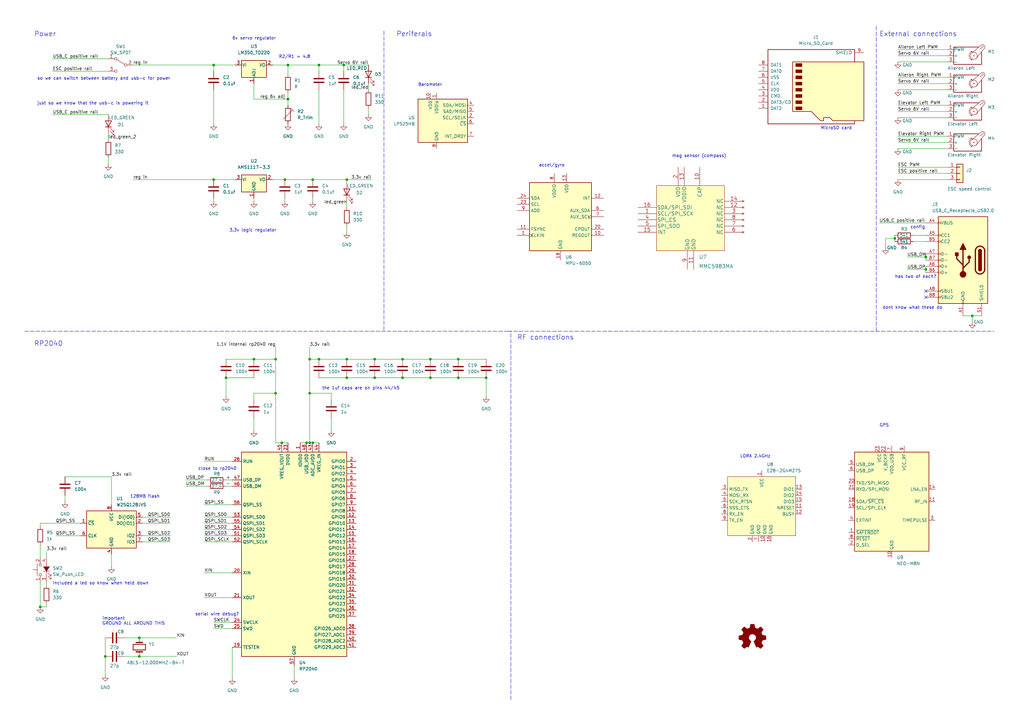
<source format=kicad_sch>
(kicad_sch (version 20211123) (generator eeschema)
  (paper "A3")
  (lib_symbols
    (symbol "Connector:Micro_SD_Card" (pin_names (offset 1.016))
      (property "Reference" "J" (at -16.51 15.24 0))
      (property "Value" "Micro_SD_Card" (at 16.51 15.24 0))
      (symbol "Micro_SD_Card_1_1"
        (pin bidirectional line (at -22.86 7.62 0) (length 3.81) (name "DAT2") (number "1"))
        (pin bidirectional line (at -22.86 5.08 0) (length 3.81) (name "DAT3/CD") (number "2"))
        (pin input line (at -22.86 2.54 0) (length 3.81) (name "CMD") (number "3"))
        (pin power_in line (at -22.86 0 0) (length 3.81) (name "VDD") (number "4"))
        (pin input line (at -22.86 -2.54 0) (length 3.81) (name "CLK") (number "5"))
        (pin power_in line (at -22.86 -5.08 0) (length 3.81) (name "VSS") (number "6"))
        (pin bidirectional line (at -22.86 -7.62 0) (length 3.81) (name "DAT0") (number "7"))
        (pin bidirectional line (at -22.86 -10.16 0) (length 3.81) (name "DAT1") (number "8"))
        (pin passive line (at 20.32 -15.24 180) (length 3.81) (name "SHIELD") (number "9"))
      )
    )
    (symbol "Connector:USB_C_Receptacle_USB2.0" (pin_names (offset 1.016))
      (property "Reference" "J" (at -10.16 19.05 0))
      (property "Value" "USB_C_Receptacle_USB2.0" (at 19.05 19.05 0))
      (symbol "USB_C_Receptacle_USB2.0_1_1"
        (pin passive line (at 0 -22.86 90) (length 5.08) (name "GND") (number "A1"))
        (pin passive line (at 0 -22.86 90) (length 5.08) hide (name "GND") (number "A12"))
        (pin passive line (at 15.24 15.24 180) (length 5.08) (name "VBUS") (number "A4"))
        (pin bidirectional line (at 15.24 10.16 180) (length 5.08) (name "CC1") (number "A5"))
        (pin bidirectional line (at 15.24 -2.54 180) (length 5.08) (name "D+") (number "A6"))
        (pin bidirectional line (at 15.24 2.54 180) (length 5.08) (name "D-") (number "A7"))
        (pin bidirectional line (at 15.24 -12.7 180) (length 5.08) (name "SBU1") (number "A8"))
        (pin passive line (at 15.24 15.24 180) (length 5.08) hide (name "VBUS") (number "A9"))
        (pin passive line (at 0 -22.86 90) (length 5.08) hide (name "GND") (number "B1"))
        (pin passive line (at 0 -22.86 90) (length 5.08) hide (name "GND") (number "B12"))
        (pin passive line (at 15.24 15.24 180) (length 5.08) hide (name "VBUS") (number "B4"))
        (pin bidirectional line (at 15.24 7.62 180) (length 5.08) (name "CC2") (number "B5"))
        (pin bidirectional line (at 15.24 -5.08 180) (length 5.08) (name "D+") (number "B6"))
        (pin bidirectional line (at 15.24 0 180) (length 5.08) (name "D-") (number "B7"))
        (pin bidirectional line (at 15.24 -15.24 180) (length 5.08) (name "SBU2") (number "B8"))
        (pin passive line (at 15.24 15.24 180) (length 5.08) hide (name "VBUS") (number "B9"))
        (pin passive line (at -7.62 -22.86 90) (length 5.08) (name "SHIELD") (number "S1"))
      )
    )
    (symbol "Connector_Generic:Conn_01x03" (pin_names (offset 1.016) hide)
      (property "Reference" "J" (at 0 5.08 0))
      (property "Value" "Conn_01x03" (at 0 -5.08 0))
      (symbol "Conn_01x03_1_1"
        (pin passive line (at -5.08 2.54 0) (length 3.81) (name "Pin_1") (number "1"))
        (pin passive line (at -5.08 0 0) (length 3.81) (name "Pin_2") (number "2"))
        (pin passive line (at -5.08 -2.54 0) (length 3.81) (name "Pin_3") (number "3"))
      )
    )
    (symbol "Device:C" (pin_numbers hide) (pin_names (offset 0.254))
      (property "Reference" "C" (at 0.635 2.54 0))
      (property "Value" "C" (at 0.635 -2.54 0))
      (symbol "C_1_1"
        (pin passive line (at 0 3.81 270) (length 2.794) (name "~") (number "1"))
        (pin passive line (at 0 -3.81 90) (length 2.794) (name "~") (number "2"))
      )
    )
    (symbol "Device:Crystal" (pin_numbers hide) (pin_names (offset 1.016) hide)
      (property "Reference" "Y" (at 0 3.81 0))
      (property "Value" "Crystal" (at 0 -3.81 0))
      (symbol "Crystal_1_1"
        (pin passive line (at -3.81 0 0) (length 1.27) (name "1") (number "1"))
        (pin passive line (at 3.81 0 180) (length 1.27) (name "2") (number "2"))
      )
    )
    (symbol "Device:LED" (pin_numbers hide) (pin_names (offset 1.016) hide)
      (property "Reference" "D" (at 0 2.54 0))
      (property "Value" "LED" (at 0 -2.54 0))
      (symbol "LED_1_1"
        (pin passive line (at -3.81 0 0) (length 2.54) (name "K") (number "1"))
        (pin passive line (at 3.81 0 180) (length 2.54) (name "A") (number "2"))
      )
    )
    (symbol "Device:R" (pin_numbers hide) (pin_names (offset 0))
      (property "Reference" "R" (at 2.032 0 90))
      (property "Value" "R" (at 0 0 90))
      (symbol "R_1_1"
        (pin passive line (at 0 3.81 270) (length 1.27) (name "~") (number "1"))
        (pin passive line (at 0 -3.81 90) (length 1.27) (name "~") (number "2"))
      )
    )
    (symbol "Device:R_Trim" (pin_numbers hide) (pin_names (offset 0))
      (property "Reference" "R" (at 2.54 -2.54 90))
      (property "Value" "R_Trim" (at -2.54 -0.635 90))
      (symbol "R_Trim_1_1"
        (pin passive line (at 0 3.81 270) (length 1.27) (name "~") (number "1"))
        (pin passive line (at 0 -3.81 90) (length 1.27) (name "~") (number "2"))
      )
    )
    (symbol "Graphic:Logo_Open_Hardware_Small" (pin_names (offset 1.016)))
    (symbol "MCU_RaspberryPi:RP2040"
      (property "Reference" "U" (at 17.78 45.72 0))
      (property "Value" "RP2040" (at 17.78 43.18 0))
      (symbol "RP2040_1_1"
        (pin power_in line (at 2.54 45.72 270) (length 3.81) (name "IOVDD") (number "1"))
        (pin passive line (at 2.54 45.72 270) (length 3.81) hide (name "IOVDD") (number "10"))
        (pin bidirectional line (at 25.4 17.78 180) (length 3.81) (name "GPIO8") (number "11"))
        (pin bidirectional line (at 25.4 15.24 180) (length 3.81) (name "GPIO9") (number "12"))
        (pin bidirectional line (at 25.4 12.7 180) (length 3.81) (name "GPIO10") (number "13"))
        (pin bidirectional line (at 25.4 10.16 180) (length 3.81) (name "GPIO11") (number "14"))
        (pin bidirectional line (at 25.4 7.62 180) (length 3.81) (name "GPIO12") (number "15"))
        (pin bidirectional line (at 25.4 5.08 180) (length 3.81) (name "GPIO13") (number "16"))
        (pin bidirectional line (at 25.4 2.54 180) (length 3.81) (name "GPIO14") (number "17"))
        (pin bidirectional line (at 25.4 0 180) (length 3.81) (name "GPIO15") (number "18"))
        (pin input line (at -25.4 -38.1 0) (length 3.81) (name "TESTEN") (number "19"))
        (pin bidirectional line (at 25.4 38.1 180) (length 3.81) (name "GPIO0") (number "2"))
        (pin input line (at -25.4 -7.62 0) (length 3.81) (name "XIN") (number "20"))
        (pin passive line (at -25.4 -17.78 0) (length 3.81) (name "XOUT") (number "21"))
        (pin passive line (at 2.54 45.72 270) (length 3.81) hide (name "IOVDD") (number "22"))
        (pin power_in line (at -2.54 45.72 270) (length 3.81) (name "DVDD") (number "23"))
        (pin output line (at -25.4 -27.94 0) (length 3.81) (name "SWCLK") (number "24"))
        (pin bidirectional line (at -25.4 -30.48 0) (length 3.81) (name "SWD") (number "25"))
        (pin input line (at -25.4 38.1 0) (length 3.81) (name "RUN") (number "26"))
        (pin bidirectional line (at 25.4 -2.54 180) (length 3.81) (name "GPIO16") (number "27"))
        (pin bidirectional line (at 25.4 -5.08 180) (length 3.81) (name "GPIO17") (number "28"))
        (pin bidirectional line (at 25.4 -7.62 180) (length 3.81) (name "GPIO18") (number "29"))
        (pin bidirectional line (at 25.4 35.56 180) (length 3.81) (name "GPIO1") (number "3"))
        (pin bidirectional line (at 25.4 -10.16 180) (length 3.81) (name "GPIO19") (number "30"))
        (pin bidirectional line (at 25.4 -12.7 180) (length 3.81) (name "GPIO20") (number "31"))
        (pin bidirectional line (at 25.4 -15.24 180) (length 3.81) (name "GPIO21") (number "32"))
        (pin passive line (at 2.54 45.72 270) (length 3.81) hide (name "IOVDD") (number "33"))
        (pin bidirectional line (at 25.4 -17.78 180) (length 3.81) (name "GPIO22") (number "34"))
        (pin bidirectional line (at 25.4 -20.32 180) (length 3.81) (name "GPIO23") (number "35"))
        (pin bidirectional line (at 25.4 -22.86 180) (length 3.81) (name "GPIO24") (number "36"))
        (pin bidirectional line (at 25.4 -25.4 180) (length 3.81) (name "GPIO25") (number "37"))
        (pin bidirectional line (at 25.4 -30.48 180) (length 3.81) (name "GPIO26_ADC0") (number "38"))
        (pin bidirectional line (at 25.4 -33.02 180) (length 3.81) (name "GPIO27_ADC1") (number "39"))
        (pin bidirectional line (at 25.4 33.02 180) (length 3.81) (name "GPIO2") (number "4"))
        (pin bidirectional line (at 25.4 -35.56 180) (length 3.81) (name "GPIO28_ADC2") (number "40"))
        (pin bidirectional line (at 25.4 -38.1 180) (length 3.81) (name "GPIO29_ADC3") (number "41"))
        (pin passive line (at 2.54 45.72 270) (length 3.81) hide (name "IOVDD") (number "42"))
        (pin power_in line (at 7.62 45.72 270) (length 3.81) (name "ADC_AVDD") (number "43"))
        (pin power_in line (at 10.16 45.72 270) (length 3.81) (name "VREG_IN") (number "44"))
        (pin power_out line (at -5.08 45.72 270) (length 3.81) (name "VREG_VOUT") (number "45"))
        (pin bidirectional line (at -25.4 27.94 0) (length 3.81) (name "USB_DM") (number "46"))
        (pin bidirectional line (at -25.4 30.48 0) (length 3.81) (name "USB_DP") (number "47"))
        (pin power_in line (at 5.08 45.72 270) (length 3.81) (name "USB_VDD") (number "48"))
        (pin passive line (at 2.54 45.72 270) (length 3.81) hide (name "IOVDD") (number "49"))
        (pin bidirectional line (at 25.4 30.48 180) (length 3.81) (name "GPIO3") (number "5"))
        (pin passive line (at -2.54 45.72 270) (length 3.81) hide (name "DVDD") (number "50"))
        (pin bidirectional line (at -25.4 7.62 0) (length 3.81) (name "QSPI_SD3") (number "51"))
        (pin output line (at -25.4 5.08 0) (length 3.81) (name "QSPI_SCLK") (number "52"))
        (pin bidirectional line (at -25.4 15.24 0) (length 3.81) (name "QSPI_SD0") (number "53"))
        (pin bidirectional line (at -25.4 10.16 0) (length 3.81) (name "QSPI_SD2") (number "54"))
        (pin bidirectional line (at -25.4 12.7 0) (length 3.81) (name "QSPI_SD1") (number "55"))
        (pin bidirectional line (at -25.4 20.32 0) (length 3.81) (name "QSPI_SS") (number "56"))
        (pin power_in line (at 0 -45.72 90) (length 3.81) (name "GND") (number "57"))
        (pin bidirectional line (at 25.4 27.94 180) (length 3.81) (name "GPIO4") (number "6"))
        (pin bidirectional line (at 25.4 25.4 180) (length 3.81) (name "GPIO5") (number "7"))
        (pin bidirectional line (at 25.4 22.86 180) (length 3.81) (name "GPIO6") (number "8"))
        (pin bidirectional line (at 25.4 20.32 180) (length 3.81) (name "GPIO7") (number "9"))
      )
    )
    (symbol "MMC5983MA:MMC5983MA" (pin_names (offset 0.254))
      (property "Reference" "U" (at 44.45 -5.08 0))
      (property "Value" "MMC5983MA" (at 50.8 -7.62 0))
      (symbol "MMC5983MA_1_1"
        (pin input line (at 10.16 -22.86 0) (length 7.62) (name "SCL/SPI_SCK") (number "1"))
        (pin power_in line (at 35.56 -3.81 270) (length 7.62) (name "CAP") (number "10"))
        (pin power_in line (at 33.02 -45.72 90) (length 7.62) (name "GND") (number "11"))
        (pin no_connect line (at 53.34 -20.32 180) (length 7.62) (name "NC") (number "12"))
        (pin power_in line (at 29.21 -3.81 270) (length 7.62) (name "VDDIO") (number "13"))
        (pin no_connect line (at 53.34 -17.78 180) (length 7.62) (name "NC") (number "14"))
        (pin output line (at 10.16 -30.48 0) (length 7.62) (name "INT") (number "15"))
        (pin bidirectional line (at 10.16 -20.32 0) (length 7.62) (name "SDA/SPI_SDI") (number "16"))
        (pin power_in line (at 26.67 -3.81 270) (length 7.62) (name "VDD") (number "2"))
        (pin no_connect line (at 53.34 -22.86 180) (length 7.62) (name "NC") (number "3"))
        (pin input line (at 10.16 -25.4 0) (length 7.62) (name "SPI_CS") (number "4"))
        (pin output line (at 10.16 -27.94 0) (length 7.62) (name "SPI_SDO") (number "5"))
        (pin no_connect line (at 53.34 -30.48 180) (length 7.62) (name "NC") (number "6"))
        (pin no_connect line (at 53.34 -27.94 180) (length 7.62) (name "NC") (number "7"))
        (pin no_connect line (at 53.34 -25.4 180) (length 7.62) (name "NC") (number "8"))
        (pin power_in line (at 30.48 -45.72 90) (length 7.62) (name "GND") (number "9"))
      )
    )
    (symbol "Memory_Flash:W25Q128JVS"
      (property "Reference" "U" (at -8.89 8.89 0))
      (property "Value" "W25Q128JVS" (at 7.62 8.89 0))
      (symbol "W25Q128JVS_1_1"
        (pin input line (at -12.7 2.54 0) (length 2.54) (name "~{CS}") (number "1"))
        (pin bidirectional line (at 12.7 2.54 180) (length 2.54) (name "DO(IO1)") (number "2"))
        (pin bidirectional line (at 12.7 -2.54 180) (length 2.54) (name "IO2") (number "3"))
        (pin power_in line (at 0 -10.16 90) (length 2.54) (name "GND") (number "4"))
        (pin bidirectional line (at 12.7 5.08 180) (length 2.54) (name "DI(IO0)") (number "5"))
        (pin input line (at -12.7 -2.54 0) (length 2.54) (name "CLK") (number "6"))
        (pin bidirectional line (at 12.7 -5.08 180) (length 2.54) (name "IO3") (number "7"))
        (pin power_in line (at 0 10.16 270) (length 2.54) (name "VCC") (number "8"))
      )
    )
    (symbol "Motor:Motor_Servo" (pin_names (offset 0.0254))
      (property "Reference" "M" (at -5.08 4.445 0))
      (property "Value" "Motor_Servo" (at -5.08 -4.064 0))
      (symbol "Motor_Servo_1_1"
        (pin passive line (at -7.62 2.54 0) (length 2.54) (name "PWM") (number "1"))
        (pin passive line (at -7.62 0 0) (length 2.54) (name "+") (number "2"))
        (pin passive line (at -7.62 -2.54 0) (length 2.54) (name "-") (number "3"))
      )
    )
    (symbol "RF_GPS:NEO-M8N"
      (property "Reference" "U" (at -13.97 21.59 0))
      (property "Value" "NEO-M8N" (at 11.43 21.59 0))
      (symbol "NEO-M8N_1_1"
        (pin input line (at -17.78 -12.7 0) (length 2.54) (name "~{SAFEBOOT}") (number "1"))
        (pin power_in line (at 0 -22.86 90) (length 2.54) (name "GND") (number "10"))
        (pin input line (at 17.78 0 180) (length 2.54) (name "RF_IN") (number "11"))
        (pin passive line (at 0 -22.86 90) (length 2.54) hide (name "GND") (number "12"))
        (pin passive line (at 0 -22.86 90) (length 2.54) hide (name "GND") (number "13"))
        (pin output line (at 17.78 5.08 180) (length 2.54) (name "LNA_EN") (number "14"))
        (pin no_connect line (at 15.24 -10.16 180) (length 2.54) hide (name "RESERVED") (number "15"))
        (pin no_connect line (at 15.24 -12.7 180) (length 2.54) hide (name "RESERVED") (number "16"))
        (pin no_connect line (at 15.24 -15.24 180) (length 2.54) hide (name "RESERVED") (number "17"))
        (pin bidirectional line (at -17.78 0 0) (length 2.54) (name "SDA/~{SPI_CS}") (number "18"))
        (pin input line (at -17.78 -2.54 0) (length 2.54) (name "SCL/SPI_CLK") (number "19"))
        (pin input line (at -17.78 -17.78 0) (length 2.54) (name "D_SEL") (number "2"))
        (pin output line (at -17.78 7.62 0) (length 2.54) (name "TXD/SPI_MISO") (number "20"))
        (pin input line (at -17.78 5.08 0) (length 2.54) (name "RXD/SPI_MOSI") (number "21"))
        (pin power_in line (at -2.54 22.86 270) (length 2.54) (name "V_BCKP") (number "22"))
        (pin power_in line (at -5.08 22.86 270) (length 2.54) (name "VCC") (number "23"))
        (pin passive line (at 0 -22.86 90) (length 2.54) hide (name "GND") (number "24"))
        (pin output line (at 17.78 -7.62 180) (length 2.54) (name "TIMEPULSE") (number "3"))
        (pin input line (at -17.78 -7.62 0) (length 2.54) (name "EXTINT") (number "4"))
        (pin bidirectional line (at -17.78 15.24 0) (length 2.54) (name "USB_DM") (number "5"))
        (pin bidirectional line (at -17.78 12.7 0) (length 2.54) (name "USB_DP") (number "6"))
        (pin power_in line (at 0 22.86 270) (length 2.54) (name "VDD_USB") (number "7"))
        (pin input line (at -17.78 -15.24 0) (length 2.54) (name "~{RESET}") (number "8"))
        (pin power_out line (at 5.08 22.86 270) (length 2.54) (name "VCC_RF") (number "9"))
      )
    )
    (symbol "Regulator_Linear:AMS1117-3.3" (pin_names (offset 0.254))
      (property "Reference" "U" (at -3.81 3.175 0))
      (property "Value" "AMS1117-3.3" (at 0 3.175 0))
      (symbol "AMS1117-3.3_1_1"
        (pin power_in line (at 0 -7.62 90) (length 2.54) (name "GND") (number "1"))
        (pin power_out line (at 7.62 0 180) (length 2.54) (name "VO") (number "2"))
        (pin power_in line (at -7.62 0 0) (length 2.54) (name "VI") (number "3"))
      )
    )
    (symbol "Regulator_Linear:LM350_TO220" (pin_names (offset 0.254))
      (property "Reference" "U" (at -3.81 3.175 0))
      (property "Value" "LM350_TO220" (at 0 3.175 0))
      (symbol "LM350_TO220_1_1"
        (pin input line (at 0 -7.62 90) (length 2.54) (name "ADJ") (number "1"))
        (pin power_out line (at 7.62 0 180) (length 2.54) (name "VO") (number "2"))
        (pin power_in line (at -7.62 0 0) (length 2.54) (name "VI") (number "3"))
      )
    )
    (symbol "SX1280:E28-2G4M27S"
      (property "Reference" "U" (at 43.18 -21.59 0))
      (property "Value" "E28-2G4M27S" (at 49.53 -19.05 0))
      (symbol "E28-2G4M27S_1_1"
        (pin input line (at 36.83 -20.32 270) (length 2.54) (name "VCC") (number "1"))
        (pin output line (at 38.1 -49.53 90) (length 2.54) (name "GND") (number "10"))
        (pin input line (at 53.34 -35.56 180) (length 2.54) (name "NRESET") (number "11"))
        (pin output line (at 53.34 -38.1 180) (length 2.54) (name "BUSY") (number "12"))
        (pin input line (at 53.34 -27.94 180) (length 2.54) (name "DIO1") (number "13"))
        (pin input line (at 53.34 -30.48 180) (length 2.54) (name "DIO2") (number "14"))
        (pin input line (at 53.34 -33.02 180) (length 2.54) (name "DIO3") (number "15"))
        (pin output line (at 40.64 -49.53 90) (length 2.54) (name "GND") (number "16"))
        (pin output line (at 33.02 -49.53 90) (length 2.54) (name "GND") (number "2"))
        (pin output line (at 20.32 -27.94 0) (length 2.54) (name "MISO_TX") (number "3"))
        (pin input line (at 20.32 -30.48 0) (length 2.54) (name "MOSI_RX") (number "4"))
        (pin input line (at 20.32 -33.02 0) (length 2.54) (name "SCK_RTSN") (number "5"))
        (pin input line (at 20.32 -35.56 0) (length 2.54) (name "NSS_CTS") (number "6"))
        (pin output line (at 35.56 -49.53 90) (length 2.54) (name "GND") (number "7"))
        (pin input line (at 20.32 -38.1 0) (length 2.54) (name "RX_EN") (number "8"))
        (pin input line (at 20.32 -40.64 0) (length 2.54) (name "TX_EN") (number "9"))
      )
    )
    (symbol "Sensor_Motion:MPU-6050"
      (property "Reference" "U" (at -11.43 13.97 0))
      (property "Value" "MPU-6050" (at 7.62 -15.24 0))
      (symbol "MPU-6050_0_0"
        (text "" (at 12.7 -2.54 0) (effects (font (size 1.27 1.27))))
      )
      (symbol "MPU-6050_1_1"
        (pin input clock (at -17.78 -7.62 0) (length 5.08) (name "CLKIN") (number "1"))
        (pin passive line (at 17.78 -7.62 180) (length 5.08) (name "REGOUT") (number "10"))
        (pin input line (at -17.78 -5.08 0) (length 5.08) (name "FSYNC") (number "11"))
        (pin output line (at 17.78 7.62 180) (length 5.08) (name "INT") (number "12"))
        (pin power_in line (at 2.54 17.78 270) (length 3.81) (name "VDD") (number "13"))
        (pin no_connect line (at -12.7 -10.16 0) (length 2.54) hide (name "NC") (number "14"))
        (pin no_connect line (at 12.7 12.7 180) (length 2.54) hide (name "NC") (number "15"))
        (pin no_connect line (at 12.7 10.16 180) (length 2.54) hide (name "NC") (number "16"))
        (pin no_connect line (at 12.7 5.08 180) (length 2.54) hide (name "NC") (number "17"))
        (pin power_in line (at 0 -17.78 90) (length 3.81) (name "GND") (number "18"))
        (pin no_connect line (at 12.7 -10.16 180) (length 2.54) hide (name "NC") (number "19"))
        (pin no_connect line (at -12.7 12.7 0) (length 2.54) hide (name "NC") (number "2"))
        (pin passive line (at 17.78 -5.08 180) (length 5.08) (name "CPOUT") (number "20"))
        (pin no_connect line (at 12.7 -2.54 180) (length 2.54) hide (name "NC") (number "21"))
        (pin no_connect line (at 12.7 -12.7 180) (length 2.54) hide (name "NC") (number "22"))
        (pin input line (at -17.78 5.08 0) (length 5.08) (name "SCL") (number "23"))
        (pin bidirectional line (at -17.78 7.62 0) (length 5.08) (name "SDA") (number "24"))
        (pin no_connect line (at -12.7 10.16 0) (length 2.54) hide (name "NC") (number "3"))
        (pin no_connect line (at -12.7 0 0) (length 2.54) hide (name "NC") (number "4"))
        (pin no_connect line (at -12.7 -2.54 0) (length 2.54) hide (name "NC") (number "5"))
        (pin bidirectional line (at 17.78 2.54 180) (length 5.08) (name "AUX_SDA") (number "6"))
        (pin output clock (at 17.78 0 180) (length 5.08) (name "AUX_SCL") (number "7"))
        (pin power_in line (at -2.54 17.78 270) (length 3.81) (name "VDDIO") (number "8"))
        (pin input line (at -17.78 2.54 0) (length 5.08) (name "AD0") (number "9"))
      )
    )
    (symbol "Sensor_Pressure:LPS25HB"
      (property "Reference" "U" (at -10.16 8.89 0))
      (property "Value" "LPS25HB" (at 10.16 8.89 0))
      (symbol "LPS25HB_1_1"
        (pin power_in line (at -2.54 10.16 270) (length 2.54) (name "VDDio") (number "1"))
        (pin power_in line (at -5.08 10.16 270) (length 2.54) (name "VDD") (number "10"))
        (pin input line (at 12.7 0 180) (length 2.54) (name "SCL/SCLK") (number "2"))
        (pin passive line (at -2.54 -12.7 90) (length 2.54) hide (name "GND") (number "3"))
        (pin bidirectional line (at 12.7 5.08 180) (length 2.54) (name "SDA/MOSI") (number "4"))
        (pin bidirectional line (at 12.7 2.54 180) (length 2.54) (name "SA0/MISO") (number "5"))
        (pin input line (at 12.7 -2.54 180) (length 2.54) (name "~{CS}") (number "6"))
        (pin output line (at 12.7 -7.62 180) (length 2.54) (name "INT_DRDY") (number "7"))
        (pin power_in line (at -2.54 -12.7 90) (length 2.54) (name "GND") (number "8"))
        (pin passive line (at -2.54 -12.7 90) (length 2.54) hide (name "GND") (number "9"))
      )
    )
    (symbol "Switch:SW_Push_LED" (pin_names (offset 1.016) hide)
      (property "Reference" "SW" (at 0.635 5.715 0))
      (property "Value" "SW_Push_LED" (at 0 -3.175 0))
      (symbol "SW_Push_LED_0_1"
        (pin passive line (at -5.08 2.54 0) (length 2.54) (name "1") (number "1"))
        (pin passive line (at 5.08 2.54 180) (length 2.54) (name "2") (number "2"))
        (pin passive line (at -5.08 0 0) (length 2.54) (name "K") (number "3"))
        (pin passive line (at 5.08 0 180) (length 2.54) (name "A") (number "4"))
      )
    )
    (symbol "Switch:SW_SPDT" (pin_names (offset 0) hide)
      (property "Reference" "SW" (at 0 4.318 0))
      (property "Value" "SW_SPDT" (at 0 -5.08 0))
      (symbol "SW_SPDT_1_1"
        (pin passive line (at 5.08 2.54 180) (length 2.54) (name "A") (number "1"))
        (pin passive line (at -5.08 0 0) (length 2.54) (name "B") (number "2"))
        (pin passive line (at 5.08 -2.54 180) (length 2.54) (name "C") (number "3"))
      )
    )
    (symbol "power:GND" (power) (pin_names (offset 0))
      (property "Value" "GND" (at 0 -3.81 0))
      (symbol "GND_1_1"
        (pin power_in line (at 0 0 270) (length 0) hide (name "GND") (number "1"))
      )
    )
  )
  (junction (at 199.39 154.94))
  (junction (at 92.71 154.94))
  (junction (at 153.67 154.94))
  (junction (at 165.1 154.94))
  (junction (at 140.97 26.67))
  (junction (at 127 181.61))
  (junction (at 176.53 147.32))
  (junction (at 187.96 154.94))
  (junction (at 16.51 248.92))
  (junction (at 118.11 40.64))
  (junction (at 43.18 269.24))
  (junction (at 187.96 147.32))
  (junction (at 142.24 73.66))
  (junction (at 128.27 181.61))
  (junction (at 379.73 110.49))
  (junction (at 115.57 181.61))
  (junction (at 398.78 129.54))
  (junction (at 87.63 26.67))
  (junction (at 130.81 147.32))
  (junction (at 176.53 154.94))
  (junction (at 87.63 73.66))
  (junction (at 57.15 269.24))
  (junction (at 118.11 26.67))
  (junction (at 104.14 147.32))
  (junction (at 379.73 105.41))
  (junction (at 127 147.32))
  (junction (at 142.24 154.94))
  (junction (at 57.15 261.62))
  (junction (at 367.03 97.79))
  (junction (at 125.73 181.61))
  (junction (at 113.03 147.32))
  (junction (at 142.24 147.32))
  (junction (at 130.81 26.67))
  (junction (at 116.84 73.66))
  (junction (at 128.27 73.66))
  (junction (at 165.1 147.32))
  (junction (at 153.67 147.32))
  (junction (at 113.03 161.29))
  (junction (at 127 161.29))
  (no_connect (at 379.73 119.38))
  (no_connect (at 379.73 121.92))
  (wire (pts (xy 87.63 36.83) (xy 87.63 50.8)))
  (wire (pts (xy 16.51 228.6) (xy 16.51 223.52)))
  (wire (pts (xy 113.03 142.24) (xy 113.03 147.32)))
  (wire (pts (xy 128.27 181.61) (xy 130.81 181.61)))
  (wire (pts (xy 87.63 26.67) (xy 96.52 26.67)))
  (wire (pts (xy 87.63 29.21) (xy 87.63 26.67)))
  (wire (pts (xy 125.73 181.61) (xy 127 181.61)))
  (wire (pts (xy 83.82 212.09) (xy 95.25 212.09)))
  (wire (pts (xy 142.24 92.71) (xy 142.24 95.25)))
  (wire (pts (xy 115.57 181.61) (xy 118.11 181.61)))
  (wire (pts (xy 26.67 203.2) (xy 26.67 205.74)))
  (wire (pts (xy 19.05 247.65) (xy 19.05 248.92)))
  (wire (pts (xy 76.2 199.39) (xy 85.09 199.39)))
  (wire (pts (xy 368.3 55.88) (xy 388.62 55.88)))
  (wire (pts (xy 16.51 215.9) (xy 16.51 214.63)))
  (wire (pts (xy 19.05 248.92) (xy 16.51 248.92)))
  (wire (pts (xy 87.63 73.66) (xy 96.52 73.66)))
  (wire (pts (xy 374.65 96.52) (xy 379.73 96.52)))
  (wire (pts (xy 368.3 36.83) (xy 388.62 36.83)))
  (wire (pts (xy 128.27 73.66) (xy 142.24 73.66)))
  (wire (pts (xy 140.97 26.67) (xy 151.13 26.67)))
  (wire (pts (xy 83.82 219.71) (xy 95.25 219.71)))
  (wire (pts (xy 372.11 110.49) (xy 379.73 110.49)))
  (wire (pts (xy 142.24 73.66) (xy 152.4 73.66)))
  (wire (pts (xy 368.3 68.58) (xy 388.62 68.58)))
  (polyline (pts (xy 10.16 135.89) (xy 209.55 135.89)))
  (wire (pts (xy 45.72 227.33) (xy 45.72 232.41)))
  (polyline (pts (xy 157.48 12.7) (xy 157.48 135.89)))
  (wire (pts (xy 368.3 22.86) (xy 388.62 22.86)))
  (wire (pts (xy 398.78 129.54) (xy 402.59 129.54)))
  (wire (pts (xy 379.73 104.14) (xy 379.73 105.41)))
  (wire (pts (xy 104.14 171.45) (xy 104.14 176.53)))
  (wire (pts (xy 19.05 238.76) (xy 19.05 240.03)))
  (wire (pts (xy 87.63 257.81) (xy 95.25 257.81)))
  (wire (pts (xy 151.13 44.45) (xy 151.13 46.99)))
  (wire (pts (xy 113.03 147.32) (xy 113.03 161.29)))
  (wire (pts (xy 368.3 60.96) (xy 388.62 60.96)))
  (wire (pts (xy 127 161.29) (xy 127 181.61)))
  (wire (pts (xy 368.3 34.29) (xy 388.62 34.29)))
  (wire (pts (xy 140.97 29.21) (xy 140.97 26.67)))
  (wire (pts (xy 92.71 199.39) (xy 95.25 199.39)))
  (wire (pts (xy 45.72 195.58) (xy 45.72 207.01)))
  (wire (pts (xy 367.03 97.79) (xy 367.03 99.06)))
  (wire (pts (xy 142.24 147.32) (xy 153.67 147.32)))
  (wire (pts (xy 127 161.29) (xy 135.89 161.29)))
  (wire (pts (xy 104.14 81.28) (xy 104.14 82.55)))
  (wire (pts (xy 363.22 97.79) (xy 367.03 97.79)))
  (wire (pts (xy 368.3 48.26) (xy 388.62 48.26)))
  (wire (pts (xy 130.81 154.94) (xy 142.24 154.94)))
  (wire (pts (xy 50.8 261.62) (xy 57.15 261.62)))
  (wire (pts (xy 165.1 147.32) (xy 176.53 147.32)))
  (wire (pts (xy 83.82 234.95) (xy 95.25 234.95)))
  (wire (pts (xy 153.67 147.32) (xy 165.1 147.32)))
  (wire (pts (xy 130.81 36.83) (xy 130.81 50.8)))
  (wire (pts (xy 87.63 255.27) (xy 95.25 255.27)))
  (wire (pts (xy 374.65 99.06) (xy 379.73 99.06)))
  (wire (pts (xy 43.18 269.24) (xy 43.18 276.86)))
  (wire (pts (xy 83.82 214.63) (xy 95.25 214.63)))
  (wire (pts (xy 83.82 222.25) (xy 95.25 222.25)))
  (wire (pts (xy 104.14 40.64) (xy 118.11 40.64)))
  (wire (pts (xy 83.82 245.11) (xy 95.25 245.11)))
  (wire (pts (xy 123.19 181.61) (xy 125.73 181.61)))
  (wire (pts (xy 199.39 154.94) (xy 199.39 162.56)))
  (wire (pts (xy 367.03 96.52) (xy 367.03 97.79)))
  (polyline (pts (xy 359.41 135.89) (xy 359.41 10.16)))
  (wire (pts (xy 127 147.32) (xy 130.81 147.32)))
  (wire (pts (xy 363.22 101.6) (xy 363.22 97.79)))
  (wire (pts (xy 127 142.24) (xy 127 147.32)))
  (polyline (pts (xy 208.28 135.89) (xy 407.67 135.89)))
  (wire (pts (xy 19.05 226.06) (xy 19.05 228.6)))
  (wire (pts (xy 165.1 154.94) (xy 176.53 154.94)))
  (wire (pts (xy 368.3 45.72) (xy 388.62 45.72)))
  (wire (pts (xy 368.3 58.42) (xy 388.62 58.42)))
  (wire (pts (xy 43.18 261.62) (xy 43.18 269.24)))
  (wire (pts (xy 104.14 161.29) (xy 113.03 161.29)))
  (wire (pts (xy 87.63 82.55) (xy 87.63 81.28)))
  (wire (pts (xy 368.3 31.75) (xy 388.62 31.75)))
  (wire (pts (xy 116.84 73.66) (xy 128.27 73.66)))
  (wire (pts (xy 142.24 73.66) (xy 142.24 74.93)))
  (wire (pts (xy 176.53 147.32) (xy 187.96 147.32)))
  (wire (pts (xy 142.24 82.55) (xy 142.24 85.09)))
  (wire (pts (xy 368.3 43.18) (xy 388.62 43.18)))
  (wire (pts (xy 111.76 73.66) (xy 116.84 73.66)))
  (wire (pts (xy 104.14 147.32) (xy 92.71 147.32)))
  (wire (pts (xy 140.97 36.83) (xy 140.97 50.8)))
  (wire (pts (xy 22.86 219.71) (xy 33.02 219.71)))
  (wire (pts (xy 120.65 273.05) (xy 120.65 278.13)))
  (wire (pts (xy 127 181.61) (xy 128.27 181.61)))
  (wire (pts (xy 127 147.32) (xy 127 161.29)))
  (wire (pts (xy 58.42 222.25) (xy 69.85 222.25)))
  (wire (pts (xy 118.11 40.64) (xy 118.11 38.1)))
  (wire (pts (xy 135.89 163.83) (xy 135.89 161.29)))
  (wire (pts (xy 176.53 154.94) (xy 187.96 154.94)))
  (wire (pts (xy 92.71 154.94) (xy 92.71 162.56)))
  (wire (pts (xy 111.76 26.67) (xy 118.11 26.67)))
  (wire (pts (xy 368.3 71.12) (xy 388.62 71.12)))
  (wire (pts (xy 44.45 54.61) (xy 44.45 57.15)))
  (wire (pts (xy 130.81 147.32) (xy 142.24 147.32)))
  (wire (pts (xy 130.81 26.67) (xy 140.97 26.67)))
  (wire (pts (xy 128.27 81.28) (xy 128.27 82.55)))
  (wire (pts (xy 151.13 34.29) (xy 151.13 36.83)))
  (wire (pts (xy 21.59 24.13) (xy 44.45 24.13)))
  (wire (pts (xy 372.11 105.41) (xy 379.73 105.41)))
  (wire (pts (xy 76.2 196.85) (xy 85.09 196.85)))
  (wire (pts (xy 360.68 91.44) (xy 379.73 91.44)))
  (wire (pts (xy 398.78 132.08) (xy 398.78 129.54)))
  (wire (pts (xy 130.81 29.21) (xy 130.81 26.67)))
  (wire (pts (xy 368.3 20.32) (xy 388.62 20.32)))
  (wire (pts (xy 50.8 269.24) (xy 57.15 269.24)))
  (polyline (pts (xy 209.55 287.02) (xy 209.55 135.89)))
  (wire (pts (xy 83.82 207.01) (xy 95.25 207.01)))
  (wire (pts (xy 113.03 161.29) (xy 113.03 181.61)))
  (wire (pts (xy 130.81 26.67) (xy 118.11 26.67)))
  (wire (pts (xy 394.97 129.54) (xy 398.78 129.54)))
  (wire (pts (xy 92.71 196.85) (xy 95.25 196.85)))
  (wire (pts (xy 21.59 29.21) (xy 44.45 29.21)))
  (wire (pts (xy 57.15 269.24) (xy 72.39 269.24)))
  (wire (pts (xy 187.96 154.94) (xy 199.39 154.94)))
  (wire (pts (xy 118.11 26.67) (xy 118.11 30.48)))
  (wire (pts (xy 92.71 154.94) (xy 104.14 154.94)))
  (wire (pts (xy 21.59 46.99) (xy 44.45 46.99)))
  (wire (pts (xy 113.03 147.32) (xy 104.14 147.32)))
  (wire (pts (xy 26.67 195.58) (xy 45.72 195.58)))
  (wire (pts (xy 54.61 73.66) (xy 87.63 73.66)))
  (wire (pts (xy 113.03 181.61) (xy 115.57 181.61)))
  (wire (pts (xy 135.89 171.45) (xy 135.89 176.53)))
  (wire (pts (xy 104.14 34.29) (xy 104.14 40.64)))
  (wire (pts (xy 379.73 105.41) (xy 379.73 106.68)))
  (wire (pts (xy 379.73 109.22) (xy 379.73 110.49)))
  (wire (pts (xy 57.15 261.62) (xy 72.39 261.62)))
  (wire (pts (xy 368.3 73.66) (xy 388.62 73.66)))
  (wire (pts (xy 104.14 163.83) (xy 104.14 161.29)))
  (wire (pts (xy 116.84 81.28) (xy 116.84 82.55)))
  (wire (pts (xy 58.42 212.09) (xy 69.85 212.09)))
  (wire (pts (xy 187.96 147.32) (xy 199.39 147.32)))
  (wire (pts (xy 83.82 189.23) (xy 95.25 189.23)))
  (wire (pts (xy 16.51 238.76) (xy 16.51 248.92)))
  (wire (pts (xy 95.25 265.43) (xy 95.25 278.13)))
  (wire (pts (xy 16.51 214.63) (xy 33.02 214.63)))
  (wire (pts (xy 368.3 25.4) (xy 388.62 25.4)))
  (wire (pts (xy 58.42 219.71) (xy 69.85 219.71)))
  (wire (pts (xy 54.61 26.67) (xy 87.63 26.67)))
  (wire (pts (xy 379.73 110.49) (xy 379.73 111.76)))
  (wire (pts (xy 58.42 214.63) (xy 69.85 214.63)))
  (wire (pts (xy 83.82 217.17) (xy 95.25 217.17)))
  (wire (pts (xy 118.11 40.64) (xy 118.11 43.18)))
  (wire (pts (xy 153.67 154.94) (xy 165.1 154.94)))
  (wire (pts (xy 142.24 154.94) (xy 153.67 154.94)))
  (wire (pts (xy 44.45 64.77) (xy 44.45 67.31)))
  (text "RF connections" (at 212.09 139.7 0) (effects (font (size 2 2)) (justify left bottom)))
  (text "important\nGROUND ALL AROUND THIS\n" (at 41.91 256.54 0) (effects (font (size 1.27 1.27)) (justify left bottom)))
  (text "has two of each?" (at 367.03 114.3 0) (effects (font (size 1.27 1.27)) (justify left bottom)))
  (text "config" (at 373.38 93.98 0) (effects (font (size 1.27 1.27)) (justify left bottom)))
  (text "mag sensor (compass)" (at 275.59 64.77 0) (effects (font (size 1.27 1.27)) (justify left bottom)))
  (text "128MB flash" (at 53.34 204.47 0) (effects (font (size 1.27 1.27)) (justify left bottom)))
  (text "3.3v logic regulator" (at 93.98 95.25 0) (effects (font (size 1.27 1.27)) (justify left bottom)))
  (text "Power" (at 13.97 15.24 0) (effects (font (size 2 2)) (justify left bottom)))
  (text "Periferals " (at 162.56 15.24 0) (effects (font (size 2 2)) (justify left bottom)))
  (text "so we can switch between battery and usb-c for power\n" (at 15.24 33.02 0) (effects (font (size 1.27 1.27)) (justify left bottom)))
  (text "LORA 2.4GHz" (at 303.53 187.96 0) (effects (font (size 1.27 1.27)) (justify left bottom)))
  (text "just so we know that the usb-c is powering it\n" (at 15.24 43.18 0) (effects (font (size 1.27 1.27)) (justify left bottom)))
  (text "serial wire debug?\n" (at 80.01 252.73 0) (effects (font (size 1.27 1.27)) (justify left bottom)))
  (text "RP2040" (at 13.97 142.24 0) (effects (font (size 2 2)) (justify left bottom)))
  (text "External connections " (at 360.68 15.24 0) (effects (font (size 2 2)) (justify left bottom)))
  (text "MicroSD card" (at 336.55 53.34 0) (effects (font (size 1.27 1.27)) (justify left bottom)))
  (text "included a led so know when held down\n" (at 21.59 240.03 0) (effects (font (size 1.27 1.27)) (justify left bottom)))
  (text "6v servo regulator" (at 95.25 16.51 0) (effects (font (size 1.27 1.27)) (justify left bottom)))
  (text "close to rp2040\n" (at 81.28 193.04 0) (effects (font (size 1.27 1.27)) (justify left bottom)))
  (text "Barometer" (at 171.45 35.56 0) (effects (font (size 1.27 1.27)) (justify left bottom)))
  (text "dont know what these do" (at 361.95 127 0) (effects (font (size 1.27 1.27)) (justify left bottom)))
  (text "accel/gyro" (at 220.98 68.58 0) (effects (font (size 1.27 1.27)) (justify left bottom)))
  (text "the 1uf caps are on pins 44/45" (at 132.08 160.02 0) (effects (font (size 1.27 1.27)) (justify left bottom)))
  (text "R2/R1 = 4.8\n" (at 114.3 24.13 0) (effects (font (size 1.27 1.27)) (justify left bottom)))
  (text "GPS" (at 360.68 175.26 0) (effects (font (size 1.27 1.27)) (justify left bottom)))
  (label "1.1V internal rp2040 reg" (at 113.03 142.24 180))
  (label "QSPI_SCLK" (at 83.82 222.25 0))
  (label "Elevator Right PWM" (at 368.3 55.88 0))
  (label "QSPI_SD3" (at 83.82 219.71 0))
  (label "SWD" (at 87.63 257.81 0))
  (label "led_green_2" (at 44.45 57.15 0))
  (label "Servo 6V rail" (at 368.3 22.86 0))
  (label "SWCLK" (at 87.63 255.27 0))
  (label "Servo 6V rail" (at 368.3 58.42 0))
  (label "XOUT" (at 72.39 269.24 0))
  (label "Aileron Left PWM" (at 368.3 20.32 0))
  (label "USB_C positive rail" (at 21.59 46.99 0))
  (label "XIN" (at 72.39 261.62 0))
  (label "USB_C positive rail" (at 21.59 24.13 0))
  (label "QSPI_SD1" (at 69.85 214.63 180))
  (label "Servo 6V rail" (at 151.13 26.67 180))
  (label "Servo 6V rail" (at 368.3 34.29 0))
  (label "reg in" (at 54.61 73.66 0))
  (label "QSPI_SD1" (at 83.82 214.63 0))
  (label "ESC positive rail" (at 368.3 71.12 0))
  (label "USB_DP" (at 372.11 110.49 0))
  (label "XOUT" (at 83.82 245.11 0))
  (label "3.3v rail" (at 152.4 73.66 180))
  (label "3.3v rail" (at 19.05 226.06 0))
  (label "reg 6v adj" (at 106.68 40.64 0))
  (label "QSPI_SS" (at 83.82 207.01 0))
  (label "XIN" (at 83.82 234.95 0))
  (label "3.3v rail" (at 127 142.24 0))
  (label "ESC positive rail" (at 21.59 29.21 0))
  (label "Elevator Left PWM" (at 368.3 43.18 0))
  (label "USB_DM" (at 76.2 199.39 0))
  (label "-" (at 92.71 199.39 0))
  (label "QSPI_SD3" (at 69.85 222.25 180))
  (label "+" (at 92.71 196.85 0))
  (label "QSPI_SS" (at 22.86 214.63 0))
  (label "led_green" (at 142.24 83.82 180))
  (label "RUN" (at 83.82 189.23 0))
  (label "ESC PWM" (at 368.3 68.58 0))
  (label "QSPI_SD0" (at 69.85 212.09 180))
  (label "QSPI_SD2" (at 83.82 217.17 0))
  (label "USB_C positive rail" (at 360.68 91.44 0))
  (label "Servo 6V rail" (at 368.3 45.72 0))
  (label "Aileron Right PWM" (at 368.3 31.75 0))
  (label "QSPI_SS" (at 22.86 219.71 0))
  (label "reg in" (at 54.61 26.67 0))
  (label "3.3v rail" (at 45.72 195.58 0))
  (label "led_red" (at 151.13 36.83 180))
  (label "QSPI_SD2" (at 69.85 219.71 180))
  (label "USB_DM" (at 372.11 105.41 0))
  (label "USB_DP" (at 76.2 196.85 0))
  (label "QSPI_SD0" (at 83.82 212.09 0))
  (symbol (lib_id "Device:Crystal") (at 57.15 265.43 270) (unit 1)
    (property "Reference" "Y1" (at 60.96 264.1599 90) (effects (justify left)))
    (property "Value" "ABLS-12.000MHZ-B4-T" (at 52.07 271.78 90) (effects (justify left)))
  )
  (symbol (lib_id "power:GND") (at 135.89 176.53 0) (unit 1)
    (property "Reference" "#PWR025" (effects hide))
    (property "Value" "GND" (at 135.89 181.61 0))
  )
  (symbol (lib_id "power:GND") (at 398.78 132.08 0) (unit 1)
    (property "Reference" "#PWR015" (effects hide))
    (property "Value" "GND" (at 401.32 132.08 0))
  )
  (symbol (lib_id "Sensor_Pressure:LPS25HB") (at 181.61 48.26 0) (unit 1)
    (property "Reference" "U5" (at 170.18 48.2599 0) (effects (justify right)))
    (property "Value" "LPS25HB" (at 170.18 50.7999 0) (effects (justify right)))
    (property "Footprint" "Package_LGA:ST_HLGA-10_2.5x2.5mm_P0.6mm_LayoutBorder3x2y" (effects hide))
    (property "Datasheet" "www.st.com/resource/en/datasheet/lps25hb.pdf" (effects hide))
  )
  (symbol (lib_id "Device:LED") (at 142.24 78.74 90) (unit 1)
    (property "Reference" "D2" (at 146.05 79.0574 90) (effects (justify right)))
    (property "Value" "LED_GREEN" (at 142.24 76.2 90) (effects (justify right)))
  )
  (symbol (lib_id "power:GND") (at 43.18 276.86 0) (unit 1)
    (property "Reference" "#PWR018" (effects hide))
    (property "Value" "GND" (at 43.18 281.94 0))
  )
  (symbol (lib_id "Device:C") (at 87.63 77.47 0) (unit 1)
    (property "Reference" "C1" (at 91.44 76.1999 0) (effects (justify left)))
    (property "Value" "0.1uf" (at 91.44 78.7399 0) (effects (justify left)))
  )
  (symbol (lib_id "Motor:Motor_Servo") (at 396.24 45.72 0) (unit 1)
    (property "Reference" "M3" (at 405.13 44.0165 0) (effects (justify left)))
    (property "Value" "Elevator Left" (at 388.62 50.8 0) (effects (justify left)))
    (property "Datasheet" "http://forums.parallax.com/uploads/attachments/46831/74481.png" (effects hide))
  )
  (symbol (lib_id "Device:C") (at 130.81 33.02 0) (unit 1)
    (property "Reference" "C5" (at 134.62 31.7499 0) (effects (justify left)))
    (property "Value" "1uf" (at 134.62 34.2899 0) (effects (justify left)))
  )
  (symbol (lib_id "Device:R") (at 370.84 96.52 90) (unit 1)
    (property "Reference" "R3" (at 370.84 93.98 90))
    (property "Value" "5k1" (at 370.84 96.52 90))
  )
  (symbol (lib_id "Device:C") (at 140.97 33.02 0) (unit 1)
    (property "Reference" "C6" (at 144.78 31.7499 0) (effects (justify left)))
    (property "Value" "0.1uf" (at 144.78 34.2899 0) (effects (justify left)))
  )
  (symbol (lib_id "power:GND") (at 368.3 48.26 0) (unit 1)
    (property "Reference" "#PWR012" (effects hide))
    (property "Value" "GND" (at 372.11 49.53 0))
  )
  (symbol (lib_id "Device:R") (at 151.13 40.64 0) (unit 1)
    (property "Reference" "R11" (at 153.67 39.3699 0) (effects (justify left)))
    (property "Value" "330" (at 153.67 41.9099 0) (effects (justify left)))
  )
  (symbol (lib_id "Device:C") (at 92.71 151.13 0) (unit 1)
    (property "Reference" "C10" (at 96.52 149.8599 0) (effects (justify left)))
    (property "Value" "100n" (at 96.52 152.3999 0) (effects (justify left)))
  )
  (symbol (lib_id "Device:LED") (at 151.13 30.48 90) (unit 1)
    (property "Reference" "D3" (at 153.67 30.48 90) (effects (justify right)))
    (property "Value" "LED_RED" (at 142.24 27.94 90) (effects (justify right)))
  )
  (symbol (lib_id "SX1280:E28-2G4M27S") (at 275.59 172.72 0) (unit 1)
    (property "Reference" "U8" (at 314.4394 190.5 0) (effects (justify left)))
    (property "Value" "E28-2G4M27S" (at 314.4394 193.04 0) (effects (justify left)))
  )
  (symbol (lib_id "power:GND") (at 368.3 73.66 0) (unit 1)
    (property "Reference" "#PWR014" (effects hide))
    (property "Value" "GND" (at 368.3 78.74 0))
  )
  (symbol (lib_id "MMC5983MA:MMC5983MA") (at 251.46 64.77 0) (unit 1)
    (property "Reference" "U7" (at 286.6251 105.41 0) (effects (font (size 1.524 1.524)) (justify left)))
    (property "Value" "MMC5983MA" (at 286.6251 109.22 0) (effects (font (size 1.524 1.524)) (justify left)))
    (property "Footprint" "MMC5983MA_MEM" (effects hide))
  )
  (symbol (lib_id "Device:C") (at 46.99 261.62 90) (unit 1)
    (property "Reference" "C8" (at 49.53 259.08 90))
    (property "Value" "27p" (at 46.99 265.43 90))
  )
  (symbol (lib_id "Device:R_Trim") (at 118.11 46.99 0) (unit 1)
    (property "Reference" "R2" (at 121.92 45.7199 0) (effects (justify left)))
    (property "Value" "R_Trim" (at 121.92 48.2599 0) (effects (justify left)))
  )
  (symbol (lib_id "Device:C") (at 87.63 33.02 0) (unit 1)
    (property "Reference" "C2" (at 91.44 31.7499 0) (effects (justify left)))
    (property "Value" "0.1uf" (at 91.44 34.2899 0) (effects (justify left)))
  )
  (symbol (lib_id "Switch:SW_Push_LED") (at 19.05 233.68 90) (unit 1)
    (property "Reference" "SW2" (at 21.59 233.0449 90) (effects (justify right)))
    (property "Value" "SW_Push_LED" (at 21.59 235.5849 90) (effects (justify right)))
  )
  (symbol (lib_id "Device:C") (at 26.67 199.39 0) (unit 1)
    (property "Reference" "C7" (at 30.48 198.1199 0) (effects (justify left)))
    (property "Value" "100n" (at 30.48 200.6599 0) (effects (justify left)))
  )
  (symbol (lib_id "Switch:SW_SPDT") (at 49.53 26.67 0) (mirror y) (unit 1)
    (property "Reference" "SW1" (at 49.53 19.05 0))
    (property "Value" "SW_SPDT" (at 49.53 21.59 0))
  )
  (symbol (lib_id "Device:C") (at 104.14 167.64 0) (unit 1)
    (property "Reference" "C12" (at 107.95 166.3699 0) (effects (justify left)))
    (property "Value" "1u" (at 107.95 168.9099 0) (effects (justify left)))
  )
  (symbol (lib_id "Device:C") (at 199.39 151.13 0) (unit 1)
    (property "Reference" "C20" (at 203.2 149.8599 0) (effects (justify left)))
    (property "Value" "100n" (at 203.2 152.3999 0) (effects (justify left)))
  )
  (symbol (lib_id "Device:R") (at 19.05 243.84 0) (unit 1)
    (property "Reference" "R6" (at 21.59 242.5699 0) (effects (justify left)))
    (property "Value" "330" (at 21.59 245.1099 0) (effects (justify left)))
  )
  (symbol (lib_id "Motor:Motor_Servo") (at 396.24 58.42 0) (unit 1)
    (property "Reference" "M4" (at 405.13 56.7165 0) (effects (justify left)))
    (property "Value" "Elevator Right" (at 388.62 63.5 0) (effects (justify left)))
    (property "Datasheet" "http://forums.parallax.com/uploads/attachments/46831/74481.png" (effects hide))
  )
  (symbol (lib_id "Connector:USB_C_Receptacle_USB2.0") (at 394.97 106.68 0) (mirror y) (unit 1)
    (property "Reference" "J3" (at 382.27 83.82 0) (effects (justify right)))
    (property "Value" "USB_C_Receptacle_USB2.0" (at 382.27 86.36 0) (effects (justify right)))
    (property "Footprint" "Connector_USB:USB_C_Receptacle_JAE_DX07S016JA1R1500" (effects hide))
    (property "Datasheet" "https://www.usb.org/sites/default/files/documents/usb_type-c.zip" (effects hide))
  )
  (symbol (lib_id "Device:C") (at 176.53 151.13 0) (unit 1)
    (property "Reference" "C18" (at 180.34 149.8599 0) (effects (justify left)))
    (property "Value" "100n" (at 180.34 152.3999 0) (effects (justify left)))
  )
  (symbol (lib_id "Device:C") (at 187.96 151.13 0) (unit 1)
    (property "Reference" "C19" (at 191.77 149.8599 0) (effects (justify left)))
    (property "Value" "100n" (at 191.77 152.3999 0) (effects (justify left)))
  )
  (symbol (lib_id "power:GND") (at 92.71 162.56 0) (unit 1)
    (property "Reference" "#PWR021" (effects hide))
    (property "Value" "GND" (at 92.71 167.64 0))
  )
  (symbol (lib_id "Device:C") (at 128.27 77.47 0) (unit 1)
    (property "Reference" "C4" (at 132.08 76.1999 0) (effects (justify left)))
    (property "Value" "0.1uf" (at 132.08 78.7399 0) (effects (justify left)))
  )
  (symbol (lib_id "Device:C") (at 116.84 77.47 0) (unit 1)
    (property "Reference" "C3" (at 120.65 76.1999 0) (effects (justify left)))
    (property "Value" "1uf" (at 120.65 78.7399 0) (effects (justify left)))
  )
  (symbol (lib_id "Sensor_Motion:MPU-6050") (at 229.87 88.9 0) (unit 1)
    (property "Reference" "U6" (at 231.8894 105.41 0) (effects (justify left)))
    (property "Value" "MPU-6050" (at 231.8894 107.95 0) (effects (justify left)))
    (property "Footprint" "Sensor_Motion:InvenSense_QFN-24_4x4mm_P0.5mm" (effects hide))
    (property "Datasheet" "https://store.invensense.com/datasheets/invensense/MPU-6050_DataSheet_V3%204.pdf" (effects hide))
  )
  (symbol (lib_id "Device:C") (at 142.24 151.13 0) (unit 1)
    (property "Reference" "C15" (at 146.05 149.8599 0) (effects (justify left)))
    (property "Value" "100n" (at 146.05 152.3999 0) (effects (justify left)))
  )
  (symbol (lib_id "Regulator_Linear:AMS1117-3.3") (at 104.14 73.66 0) (unit 1)
    (property "Reference" "U2" (at 104.14 66.04 0))
    (property "Value" "AMS1117-3.3" (at 104.14 68.58 0))
    (property "Footprint" "Package_TO_SOT_SMD:SOT-223-3_TabPin2" (effects hide))
    (property "Datasheet" "http://www.advanced-monolithic.com/pdf/ds1117.pdf" (effects hide))
  )
  (symbol (lib_id "Device:R") (at 142.24 88.9 0) (unit 1)
    (property "Reference" "R10" (at 144.78 87.6299 0) (effects (justify left)))
    (property "Value" "330" (at 144.78 90.1699 0) (effects (justify left)))
  )
  (symbol (lib_id "power:GND") (at 104.14 82.55 0) (unit 1)
    (property "Reference" "#PWR03" (effects hide))
    (property "Value" "GND" (at 104.14 87.63 0))
  )
  (symbol (lib_id "Device:LED") (at 44.45 50.8 90) (unit 1)
    (property "Reference" "D1" (at 48.26 51.1174 90) (effects (justify right)))
    (property "Value" "LED_GREEN" (at 44.45 48.26 90) (effects (justify right)))
  )
  (symbol (lib_id "power:GND") (at 95.25 278.13 0) (unit 1)
    (property "Reference" "#PWR022" (effects hide))
    (property "Value" "GND" (at 95.25 283.21 0))
  )
  (symbol (lib_id "Device:C") (at 46.99 269.24 90) (unit 1)
    (property "Reference" "C9" (at 49.53 267.97 90))
    (property "Value" "27p" (at 46.99 273.05 90))
  )
  (symbol (lib_id "power:GND") (at 87.63 82.55 0) (unit 1)
    (property "Reference" "#PWR01" (effects hide))
    (property "Value" "GND" (at 87.63 87.63 0))
  )
  (symbol (lib_id "power:GND") (at 16.51 248.92 0) (unit 1)
    (property "Reference" "#PWR016" (effects hide))
    (property "Value" "GND" (at 16.51 254 0))
  )
  (symbol (lib_id "power:GND") (at 87.63 50.8 0) (unit 1)
    (property "Reference" "#PWR02" (effects hide))
    (property "Value" "GND" (at 87.63 55.88 0))
  )
  (symbol (lib_id "power:GND") (at 45.72 232.41 0) (unit 1)
    (property "Reference" "#PWR020" (effects hide))
    (property "Value" "GND" (at 45.72 237.49 0))
  )
  (symbol (lib_id "power:GND") (at 368.3 25.4 0) (unit 1)
    (property "Reference" "#PWR010" (effects hide))
    (property "Value" "GND" (at 372.11 26.67 0))
  )
  (symbol (lib_id "power:GND") (at 128.27 82.55 0) (unit 1)
    (property "Reference" "#PWR05" (effects hide))
    (property "Value" "GND" (at 128.27 87.63 0))
  )
  (symbol (lib_id "Device:R") (at 370.84 99.06 90) (unit 1)
    (property "Reference" "R4" (at 370.84 101.6 90))
    (property "Value" "5k1" (at 370.84 99.06 90))
  )
  (symbol (lib_id "power:GND") (at 104.14 176.53 0) (unit 1)
    (property "Reference" "#PWR023" (effects hide))
    (property "Value" "GND" (at 104.14 181.61 0))
  )
  (symbol (lib_id "power:GND") (at 116.84 82.55 0) (unit 1)
    (property "Reference" "#PWR04" (effects hide))
    (property "Value" "GND" (at 116.84 87.63 0))
  )
  (symbol (lib_id "power:GND") (at 118.11 50.8 0) (unit 1)
    (property "Reference" "#PWR06" (effects hide))
    (property "Value" "GND" (at 118.11 55.88 0))
  )
  (symbol (lib_id "Motor:Motor_Servo") (at 396.24 34.29 0) (unit 1)
    (property "Reference" "M2" (at 405.13 32.5865 0) (effects (justify left)))
    (property "Value" "Aileron Right" (at 388.62 39.37 0) (effects (justify left)))
    (property "Datasheet" "http://forums.parallax.com/uploads/attachments/46831/74481.png" (effects hide))
  )
  (symbol (lib_id "Device:C") (at 135.89 167.64 0) (unit 1)
    (property "Reference" "C14" (at 139.7 166.3699 0) (effects (justify left)))
    (property "Value" "1u" (at 139.7 168.9099 0) (effects (justify left)))
  )
  (symbol (lib_id "power:GND") (at 120.65 278.13 0) (unit 1)
    (property "Reference" "#PWR024" (effects hide))
    (property "Value" "GND" (at 120.65 283.21 0))
  )
  (symbol (lib_id "Connector:Micro_SD_Card") (at 334.01 36.83 0) (mirror x) (unit 1)
    (property "Reference" "J1" (at 334.645 15.24 0))
    (property "Value" "Micro_SD_Card" (at 334.645 17.78 0))
    (property "Datasheet" "http://katalog.we-online.de/em/datasheet/693072010801.pdf" (effects hide))
  )
  (symbol (lib_id "power:GND") (at 142.24 95.25 0) (unit 1)
    (property "Reference" "#PWR026" (effects hide))
    (property "Value" "GND" (at 142.24 100.33 0))
  )
  (symbol (lib_id "power:GND") (at 368.3 60.96 0) (unit 1)
    (property "Reference" "#PWR013" (effects hide))
    (property "Value" "GND" (at 372.11 62.23 0))
  )
  (symbol (lib_id "Graphic:Logo_Open_Hardware_Small") (at 308.61 261.62 0) (unit 1)
    (property "Reference" "#LOGO1" (effects hide))
    (property "Value" "Logo_Open_Hardware_Small" (effects hide))
  )
  (symbol (lib_id "Device:C") (at 104.14 151.13 0) (unit 1)
    (property "Reference" "C11" (at 107.95 149.8599 0) (effects (justify left)))
    (property "Value" "100n" (at 107.95 152.3999 0) (effects (justify left)))
  )
  (symbol (lib_id "Device:C") (at 153.67 151.13 0) (unit 1)
    (property "Reference" "C16" (at 157.48 149.8599 0) (effects (justify left)))
    (property "Value" "100n" (at 157.48 152.3999 0) (effects (justify left)))
  )
  (symbol (lib_id "Regulator_Linear:LM350_TO220") (at 104.14 26.67 0) (unit 1)
    (property "Reference" "U3" (at 104.14 19.05 0))
    (property "Value" "LM350_TO220" (at 104.14 21.59 0))
    (property "Footprint" "Package_TO_SOT_THT:TO-220-3_Vertical" (effects hide))
    (property "Datasheet" "https://www.onsemi.com/pub/Collateral/LM350-D.pdf" (effects hide))
  )
  (symbol (lib_id "Memory_Flash:W25Q128JVS") (at 45.72 217.17 0) (unit 1)
    (property "Reference" "U1" (at 47.7394 204.47 0) (effects (justify left)))
    (property "Value" "W25Q128JVS" (at 47.7394 207.01 0) (effects (justify left)))
    (property "Footprint" "Package_SO:SOIC-8_5.23x5.23mm_P1.27mm" (effects hide))
    (property "Datasheet" "http://www.winbond.com/resource-files/w25q128jv_dtr%20revc%2003272018%20plus.pdf" (effects hide))
  )
  (symbol (lib_id "Motor:Motor_Servo") (at 396.24 22.86 0) (unit 1)
    (property "Reference" "M1" (at 405.13 21.1565 0) (effects (justify left)))
    (property "Value" "Aileron Left" (at 388.62 27.94 0) (effects (justify left)))
    (property "Datasheet" "http://forums.parallax.com/uploads/attachments/46831/74481.png" (effects hide))
  )
  (symbol (lib_id "power:GND") (at 130.81 50.8 0) (unit 1)
    (property "Reference" "#PWR07" (effects hide))
    (property "Value" "GND" (at 130.81 55.88 0))
  )
  (symbol (lib_id "Device:R") (at 16.51 219.71 0) (unit 1)
    (property "Reference" "R5" (at 19.05 218.4399 0) (effects (justify left)))
    (property "Value" "1k" (at 19.05 220.9799 0) (effects (justify left)))
  )
  (symbol (lib_id "Device:C") (at 130.81 151.13 0) (unit 1)
    (property "Reference" "C13" (at 134.62 149.8599 0) (effects (justify left)))
    (property "Value" "100n" (at 134.62 152.3999 0) (effects (justify left)))
  )
  (symbol (lib_id "power:GND") (at 363.22 101.6 0) (unit 1)
    (property "Reference" "#PWR09" (effects hide))
    (property "Value" "GND" (at 365.76 101.6 0))
  )
  (symbol (lib_id "Device:R") (at 88.9 199.39 90) (unit 1)
    (property "Reference" "R9" (at 88.9 201.93 90))
    (property "Value" "27.4" (at 88.9 199.39 90))
  )
  (symbol (lib_id "RF_GPS:NEO-M8N") (at 365.76 205.74 0) (unit 1)
    (property "Reference" "U9" (at 367.7794 228.6 0) (effects (justify left)))
    (property "Value" "NEO-M8N" (at 367.7794 231.14 0) (effects (justify left)))
    (property "Footprint" "RF_GPS:ublox_NEO" (effects hide))
    (property "Datasheet" "https://www.u-blox.com/sites/default/files/NEO-M8-FW3_DataSheet_%28UBX-15031086%29.pdf" (effects hide))
  )
  (symbol (lib_id "Device:R") (at 88.9 196.85 90) (unit 1)
    (property "Reference" "R8" (at 88.9 194.31 90))
    (property "Value" "27.4" (at 88.9 196.85 90))
  )
  (symbol (lib_id "power:GND") (at 140.97 50.8 0) (unit 1)
    (property "Reference" "#PWR08" (effects hide))
    (property "Value" "GND" (at 140.97 55.88 0))
  )
  (symbol (lib_id "Device:C") (at 165.1 151.13 0) (unit 1)
    (property "Reference" "C17" (at 168.91 149.8599 0) (effects (justify left)))
    (property "Value" "100n" (at 168.91 152.3999 0) (effects (justify left)))
  )
  (symbol (lib_id "power:GND") (at 26.67 205.74 0) (unit 1)
    (property "Reference" "#PWR017" (effects hide))
    (property "Value" "GND" (at 26.67 210.82 0))
  )
  (symbol (lib_id "Connector_Generic:Conn_01x03") (at 393.7 71.12 0) (unit 1)
    (property "Reference" "J2" (at 396.24 69.8499 0) (effects (justify left)))
    (property "Value" "ESC speed control" (at 388.62 77.47 0) (effects (justify left)))
  )
  (symbol (lib_id "power:GND") (at 44.45 67.31 0) (unit 1)
    (property "Reference" "#PWR019" (effects hide))
    (property "Value" "GND" (at 44.45 72.39 0))
  )
  (symbol (lib_id "Device:R") (at 118.11 34.29 0) (unit 1)
    (property "Reference" "R1" (at 120.65 33.0199 0) (effects (justify left)))
    (property "Value" "R" (at 120.65 35.5599 0) (effects (justify left)))
  )
  (symbol (lib_id "power:GND") (at 368.3 36.83 0) (unit 1)
    (property "Reference" "#PWR011" (effects hide))
    (property "Value" "GND" (at 372.11 38.1 0))
  )
  (symbol (lib_id "power:GND") (at 199.39 162.56 0) (unit 1)
    (property "Reference" "#PWR028" (effects hide))
    (property "Value" "GND" (at 199.39 167.64 0))
  )
  (symbol (lib_id "MCU_RaspberryPi:RP2040") (at 120.65 227.33 0) (unit 1)
    (property "Reference" "U4" (at 122.6694 271.78 0) (effects (justify left)))
    (property "Value" "RP2040" (at 122.6694 274.32 0) (effects (justify left)))
    (property "Footprint" "Package_DFN_QFN:QFN-56-1EP_7x7mm_P0.4mm_EP3.2x3.2mm" (effects hide))
    (property "Datasheet" "https://datasheets.raspberrypi.com/rp2040/rp2040-datasheet.pdf" (effects hide))
  )
  (symbol (lib_id "power:GND") (at 151.13 46.99 0) (unit 1)
    (property "Reference" "#PWR027" (effects hide))
    (property "Value" "GND" (at 151.13 52.07 0))
  )
  (symbol (lib_id "Device:R") (at 44.45 60.96 0) (unit 1)
    (property "Reference" "R7" (at 46.99 59.6899 0) (effects (justify left)))
    (property "Value" "330" (at 46.99 62.2299 0) (effects (justify left)))
  )
)
</source>
